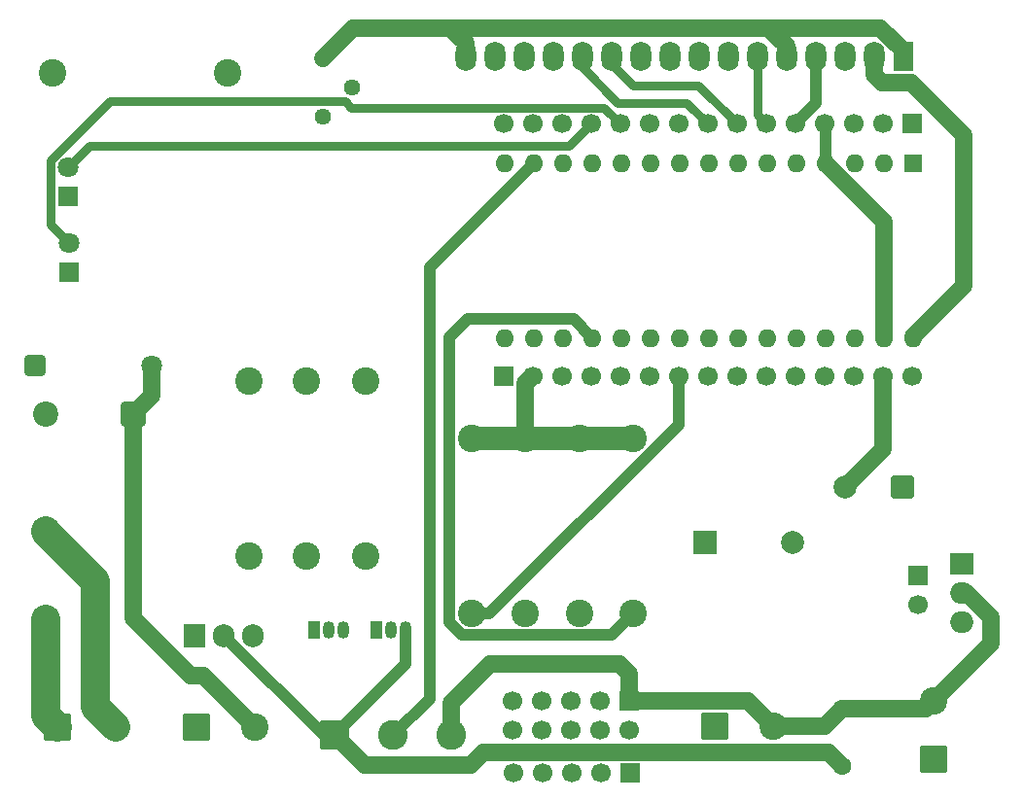
<source format=gbr>
%TF.GenerationSoftware,KiCad,Pcbnew,9.0.5*%
%TF.CreationDate,2025-11-29T23:46:54+05:30*%
%TF.ProjectId,from scrach,66726f6d-2073-4637-9261-63682e6b6963,rev?*%
%TF.SameCoordinates,Original*%
%TF.FileFunction,Copper,L2,Bot*%
%TF.FilePolarity,Positive*%
%FSLAX46Y46*%
G04 Gerber Fmt 4.6, Leading zero omitted, Abs format (unit mm)*
G04 Created by KiCad (PCBNEW 9.0.5) date 2025-11-29 23:46:54*
%MOMM*%
%LPD*%
G01*
G04 APERTURE LIST*
G04 Aperture macros list*
%AMRoundRect*
0 Rectangle with rounded corners*
0 $1 Rounding radius*
0 $2 $3 $4 $5 $6 $7 $8 $9 X,Y pos of 4 corners*
0 Add a 4 corners polygon primitive as box body*
4,1,4,$2,$3,$4,$5,$6,$7,$8,$9,$2,$3,0*
0 Add four circle primitives for the rounded corners*
1,1,$1+$1,$2,$3*
1,1,$1+$1,$4,$5*
1,1,$1+$1,$6,$7*
1,1,$1+$1,$8,$9*
0 Add four rect primitives between the rounded corners*
20,1,$1+$1,$2,$3,$4,$5,0*
20,1,$1+$1,$4,$5,$6,$7,0*
20,1,$1+$1,$6,$7,$8,$9,0*
20,1,$1+$1,$8,$9,$2,$3,0*%
G04 Aperture macros list end*
%TA.AperFunction,ComponentPad*%
%ADD10R,1.700000X1.700000*%
%TD*%
%TA.AperFunction,ComponentPad*%
%ADD11C,1.700000*%
%TD*%
%TA.AperFunction,ComponentPad*%
%ADD12R,1.800000X1.800000*%
%TD*%
%TA.AperFunction,ComponentPad*%
%ADD13C,1.800000*%
%TD*%
%TA.AperFunction,ComponentPad*%
%ADD14C,2.400000*%
%TD*%
%TA.AperFunction,ComponentPad*%
%ADD15RoundRect,0.250001X-0.949999X-0.949999X0.949999X-0.949999X0.949999X0.949999X-0.949999X0.949999X0*%
%TD*%
%TA.AperFunction,ComponentPad*%
%ADD16R,2.000000X2.000000*%
%TD*%
%TA.AperFunction,ComponentPad*%
%ADD17C,2.000000*%
%TD*%
%TA.AperFunction,ComponentPad*%
%ADD18RoundRect,0.341000X-0.759000X0.759000X-0.759000X-0.759000X0.759000X-0.759000X0.759000X0.759000X0*%
%TD*%
%TA.AperFunction,ComponentPad*%
%ADD19C,2.500000*%
%TD*%
%TA.AperFunction,ComponentPad*%
%ADD20C,2.200000*%
%TD*%
%TA.AperFunction,ComponentPad*%
%ADD21RoundRect,0.250001X0.949999X-0.949999X0.949999X0.949999X-0.949999X0.949999X-0.949999X-0.949999X0*%
%TD*%
%TA.AperFunction,ComponentPad*%
%ADD22R,1.600000X1.600000*%
%TD*%
%TA.AperFunction,ComponentPad*%
%ADD23O,1.600000X1.600000*%
%TD*%
%TA.AperFunction,ComponentPad*%
%ADD24RoundRect,0.250000X-1.050000X-1.050000X1.050000X-1.050000X1.050000X1.050000X-1.050000X1.050000X0*%
%TD*%
%TA.AperFunction,ComponentPad*%
%ADD25C,2.600000*%
%TD*%
%TA.AperFunction,ComponentPad*%
%ADD26RoundRect,0.250000X-0.650000X-0.650000X0.650000X-0.650000X0.650000X0.650000X-0.650000X0.650000X0*%
%TD*%
%TA.AperFunction,ComponentPad*%
%ADD27R,1.050000X1.500000*%
%TD*%
%TA.AperFunction,ComponentPad*%
%ADD28O,1.050000X1.500000*%
%TD*%
%TA.AperFunction,ComponentPad*%
%ADD29R,2.000000X1.905000*%
%TD*%
%TA.AperFunction,ComponentPad*%
%ADD30O,2.000000X1.905000*%
%TD*%
%TA.AperFunction,ComponentPad*%
%ADD31C,1.600000*%
%TD*%
%TA.AperFunction,ComponentPad*%
%ADD32C,1.440000*%
%TD*%
%TA.AperFunction,ComponentPad*%
%ADD33RoundRect,0.250000X0.750000X0.750000X-0.750000X0.750000X-0.750000X-0.750000X0.750000X-0.750000X0*%
%TD*%
%TA.AperFunction,ComponentPad*%
%ADD34R,1.905000X2.000000*%
%TD*%
%TA.AperFunction,ComponentPad*%
%ADD35O,1.905000X2.000000*%
%TD*%
%TA.AperFunction,ComponentPad*%
%ADD36R,1.800000X2.600000*%
%TD*%
%TA.AperFunction,ComponentPad*%
%ADD37O,1.800000X2.600000*%
%TD*%
%TA.AperFunction,Conductor*%
%ADD38C,0.750000*%
%TD*%
%TA.AperFunction,Conductor*%
%ADD39C,1.500000*%
%TD*%
%TA.AperFunction,Conductor*%
%ADD40C,1.000000*%
%TD*%
%TA.AperFunction,Conductor*%
%ADD41C,2.000000*%
%TD*%
%TA.AperFunction,Conductor*%
%ADD42C,2.500000*%
%TD*%
G04 APERTURE END LIST*
D10*
%TO.P,J9,1,Pin_1*%
%TO.N,1*%
X123377688Y-90952848D03*
D11*
%TO.P,J9,2,Pin_2*%
%TO.N,2*%
X120837688Y-90952848D03*
%TO.P,J9,3,Pin_3*%
%TO.N,3*%
X118297688Y-90952848D03*
%TO.P,J9,4,Pin_4*%
%TO.N,GND*%
X115757688Y-90952848D03*
%TO.P,J9,5,Pin_5*%
%TO.N,RS*%
X113217688Y-90952848D03*
%TO.P,J9,6,Pin_6*%
%TO.N,EN*%
X110677688Y-90952848D03*
%TO.P,J9,7,Pin_7*%
%TO.N,D4*%
X108137688Y-90952848D03*
%TO.P,J9,8,Pin_8*%
%TO.N,D5*%
X105597688Y-90952848D03*
%TO.P,J9,9,Pin_9*%
%TO.N,D6*%
X103057688Y-90952848D03*
%TO.P,J9,10,Pin_10*%
%TO.N,D7*%
X100517688Y-90952848D03*
%TO.P,J9,11,Pin_11*%
%TO.N,D8*%
X97977688Y-90952848D03*
%TO.P,J9,12,Pin_12*%
%TO.N,D9*%
X95437688Y-90952848D03*
%TO.P,J9,13,Pin_13*%
%TO.N,D10*%
X92897688Y-90952848D03*
%TO.P,J9,14,Pin_14*%
%TO.N,D11*%
X90357688Y-90952848D03*
%TO.P,J9,15,Pin_15*%
%TO.N,15*%
X87817688Y-90952848D03*
%TD*%
D12*
%TO.P,D1,1,K*%
%TO.N,Net-(D1-K)*%
X50000000Y-103870000D03*
D13*
%TO.P,D1,2,A*%
%TO.N,D8*%
X50000000Y-101330000D03*
%TD*%
D10*
%TO.P,J6,1,Pin_1*%
%TO.N,Vinput*%
X123900000Y-130325000D03*
D11*
%TO.P,J6,2,Pin_2*%
%TO.N,5V*%
X123900000Y-132865000D03*
%TD*%
D14*
%TO.P,R1,1*%
%TO.N,Net-(DS2-LED(+))*%
X63820000Y-86500000D03*
%TO.P,R1,2*%
%TO.N,5V*%
X48580000Y-86500000D03*
%TD*%
D15*
%TO.P,J3,1,Pin_1*%
%TO.N,Net-(J3-Pin_1)*%
X49000000Y-143500000D03*
D14*
%TO.P,J3,2,Pin_2*%
%TO.N,Net-(J3-Pin_2)*%
X54080000Y-143500000D03*
%TD*%
%TO.P,R8,1*%
%TO.N,3V3*%
X85036431Y-118348634D03*
%TO.P,R8,2*%
%TO.N,A3*%
X85036431Y-133588634D03*
%TD*%
%TO.P,R2,1*%
%TO.N,Net-(D1-K)*%
X65644211Y-113365360D03*
%TO.P,R2,2*%
%TO.N,Net-(Q4-B)*%
X65644211Y-128605360D03*
%TD*%
%TO.P,R6,1*%
%TO.N,3V3*%
X94486431Y-118348634D03*
%TO.P,R6,2*%
%TO.N,A1*%
X94486431Y-133588634D03*
%TD*%
%TO.P,R4,1*%
%TO.N,D10*%
X75821184Y-113369845D03*
%TO.P,R4,2*%
%TO.N,Net-(Q1-B)*%
X75821184Y-128609845D03*
%TD*%
D16*
%TO.P,BZ1,1,+*%
%TO.N,Net-(BZ1-+)*%
X105400000Y-127400000D03*
D17*
%TO.P,BZ1,2,-*%
%TO.N,GND*%
X113000000Y-127400000D03*
%TD*%
D10*
%TO.P,J10,1,Pin_1*%
%TO.N,Net-(J10-Pin_1)*%
X98840000Y-147500000D03*
D11*
%TO.P,J10,2,Pin_2*%
%TO.N,Net-(J10-Pin_2)*%
X96300000Y-147500000D03*
%TO.P,J10,3,Pin_3*%
%TO.N,Net-(J10-Pin_3)*%
X93760000Y-147500000D03*
%TO.P,J10,4,Pin_4*%
%TO.N,Net-(J10-Pin_4)*%
X91220000Y-147500000D03*
%TO.P,J10,5,Pin_5*%
%TO.N,Net-(J10-Pin_5)*%
X88680000Y-147500000D03*
%TD*%
D18*
%TO.P,K1,1*%
%TO.N,GND*%
X55595000Y-116215000D03*
D19*
%TO.P,K1,2*%
%TO.N,Net-(J3-Pin_2)*%
X47995000Y-126415000D03*
%TO.P,K1,3*%
%TO.N,Net-(J3-Pin_1)*%
X47995000Y-134115000D03*
D20*
%TO.P,K1,5*%
%TO.N,Net-(D4-K)*%
X47995000Y-116215000D03*
%TD*%
D21*
%TO.P,J2,1,Pin_1*%
%TO.N,Vinput*%
X125300000Y-146280000D03*
D14*
%TO.P,J2,2,Pin_2*%
%TO.N,GND*%
X125300000Y-141200000D03*
%TD*%
%TO.P,R3,1*%
%TO.N,Net-(D2-K)*%
X70700000Y-113380000D03*
%TO.P,R3,2*%
%TO.N,Net-(Q2-B)*%
X70700000Y-128620000D03*
%TD*%
D22*
%TO.P,A1,1,D1/TX*%
%TO.N,1*%
X123500000Y-94360000D03*
D23*
%TO.P,A1,2,D0/RX*%
%TO.N,2*%
X120960000Y-94360000D03*
%TO.P,A1,3,~{RESET}*%
%TO.N,3*%
X118420000Y-94360000D03*
%TO.P,A1,4,GND*%
%TO.N,GND*%
X115880000Y-94360000D03*
%TO.P,A1,5,D2*%
%TO.N,RS*%
X113340000Y-94360000D03*
%TO.P,A1,6,D3*%
%TO.N,EN*%
X110800000Y-94360000D03*
%TO.P,A1,7,D4*%
%TO.N,D4*%
X108260000Y-94360000D03*
%TO.P,A1,8,D5*%
%TO.N,D5*%
X105720000Y-94360000D03*
%TO.P,A1,9,D6*%
%TO.N,D6*%
X103180000Y-94360000D03*
%TO.P,A1,10,D7*%
%TO.N,D7*%
X100640000Y-94360000D03*
%TO.P,A1,11,D8*%
%TO.N,D8*%
X98100000Y-94360000D03*
%TO.P,A1,12,D9*%
%TO.N,D9*%
X95560000Y-94360000D03*
%TO.P,A1,13,D10*%
%TO.N,D10*%
X93020000Y-94360000D03*
%TO.P,A1,14,D11*%
%TO.N,D11*%
X90480000Y-94360000D03*
%TO.P,A1,15,D12*%
%TO.N,15*%
X87940000Y-94360000D03*
%TO.P,A1,16,D13*%
%TO.N,16*%
X87940000Y-109600000D03*
%TO.P,A1,17,3V3*%
%TO.N,3V3*%
X90480000Y-109600000D03*
%TO.P,A1,18,AREF*%
%TO.N,18*%
X93020000Y-109600000D03*
%TO.P,A1,19,A0*%
%TO.N,A0*%
X95560000Y-109600000D03*
%TO.P,A1,20,A1*%
%TO.N,A1*%
X98100000Y-109600000D03*
%TO.P,A1,21,A2*%
%TO.N,A2*%
X100640000Y-109600000D03*
%TO.P,A1,22,A3*%
%TO.N,A3*%
X103180000Y-109600000D03*
%TO.P,A1,23,A4*%
%TO.N,A4*%
X105720000Y-109600000D03*
%TO.P,A1,24,A5*%
%TO.N,A5*%
X108260000Y-109600000D03*
%TO.P,A1,25,A6*%
%TO.N,A6*%
X110800000Y-109600000D03*
%TO.P,A1,26,A7*%
%TO.N,A7*%
X113340000Y-109600000D03*
%TO.P,A1,27,+5V*%
%TO.N,+5Vo*%
X115880000Y-109600000D03*
%TO.P,A1,28,~{RESET}*%
%TO.N,28*%
X118420000Y-109600000D03*
%TO.P,A1,29,GND*%
%TO.N,GND*%
X120960000Y-109600000D03*
%TO.P,A1,30,VIN*%
%TO.N,5V*%
X123500000Y-109600000D03*
%TD*%
D15*
%TO.P,J5,1,Pin_1*%
%TO.N,Net-(BZ1-+)*%
X106260000Y-143442500D03*
D14*
%TO.P,J5,2,Pin_2*%
%TO.N,GND*%
X111340000Y-143442500D03*
%TD*%
%TO.P,R5,1*%
%TO.N,3V3*%
X99136431Y-118328634D03*
%TO.P,R5,2*%
%TO.N,A0*%
X99136431Y-133568634D03*
%TD*%
D10*
%TO.P,J7,1,Pin_1*%
%TO.N,16*%
X87834526Y-112898151D03*
D11*
%TO.P,J7,2,Pin_2*%
%TO.N,3V3*%
X90374526Y-112898151D03*
%TO.P,J7,3,Pin_3*%
%TO.N,18*%
X92914526Y-112898151D03*
%TO.P,J7,4,Pin_4*%
%TO.N,A0*%
X95454526Y-112898151D03*
%TO.P,J7,5,Pin_5*%
%TO.N,A1*%
X97994526Y-112898151D03*
%TO.P,J7,6,Pin_6*%
%TO.N,A2*%
X100534526Y-112898151D03*
%TO.P,J7,7,Pin_7*%
%TO.N,A3*%
X103074526Y-112898151D03*
%TO.P,J7,8,Pin_8*%
%TO.N,A4*%
X105614526Y-112898151D03*
%TO.P,J7,9,Pin_9*%
%TO.N,A5*%
X108154526Y-112898151D03*
%TO.P,J7,10,Pin_10*%
%TO.N,A6*%
X110694526Y-112898151D03*
%TO.P,J7,11,Pin_11*%
%TO.N,A7*%
X113234526Y-112898151D03*
%TO.P,J7,12,Pin_12*%
%TO.N,+5Vo*%
X115774526Y-112898151D03*
%TO.P,J7,13,Pin_13*%
%TO.N,28*%
X118314526Y-112898151D03*
%TO.P,J7,14,Pin_14*%
%TO.N,GND*%
X120854526Y-112898151D03*
%TO.P,J7,15,Pin_15*%
%TO.N,5V*%
X123394526Y-112898151D03*
%TD*%
D14*
%TO.P,R7,1*%
%TO.N,3V3*%
X89736431Y-118348634D03*
%TO.P,R7,2*%
%TO.N,A2*%
X89736431Y-133588634D03*
%TD*%
D24*
%TO.P,J1,1,Pin_1*%
%TO.N,5V*%
X73140000Y-144200000D03*
D25*
%TO.P,J1,2,Pin_2*%
%TO.N,D11*%
X78220000Y-144200000D03*
%TO.P,J1,3,Pin_3*%
%TO.N,GND*%
X83300000Y-144200000D03*
%TD*%
D12*
%TO.P,D2,1,K*%
%TO.N,Net-(D2-K)*%
X49900000Y-97270000D03*
D13*
%TO.P,D2,2,A*%
%TO.N,D9*%
X49900000Y-94730000D03*
%TD*%
D26*
%TO.P,D4,1,K*%
%TO.N,Net-(D4-K)*%
X47020000Y-112000000D03*
D13*
%TO.P,D4,2,A*%
%TO.N,GND*%
X57180000Y-112000000D03*
%TD*%
D10*
%TO.P,J8,1,Pin_1*%
%TO.N,GND*%
X98808460Y-141197884D03*
D11*
%TO.P,J8,2,Pin_2*%
%TO.N,Net-(J10-Pin_1)*%
X98808460Y-143737884D03*
%TO.P,J8,3,Pin_3*%
%TO.N,A0*%
X96268460Y-141197884D03*
%TO.P,J8,4,Pin_4*%
%TO.N,Net-(J10-Pin_2)*%
X96268460Y-143737884D03*
%TO.P,J8,5,Pin_5*%
%TO.N,A1*%
X93728460Y-141197884D03*
%TO.P,J8,6,Pin_6*%
%TO.N,Net-(J10-Pin_3)*%
X93728460Y-143737884D03*
%TO.P,J8,7,Pin_7*%
%TO.N,A2*%
X91188460Y-141197884D03*
%TO.P,J8,8,Pin_8*%
%TO.N,Net-(J10-Pin_4)*%
X91188460Y-143737884D03*
%TO.P,J8,9,Pin_9*%
%TO.N,A3*%
X88648460Y-141197884D03*
%TO.P,J8,10,Pin_10*%
%TO.N,Net-(J10-Pin_5)*%
X88648460Y-143737884D03*
%TD*%
D27*
%TO.P,Q2,1,E*%
%TO.N,Net-(J4-Pin_1)*%
X71304211Y-134985360D03*
D28*
%TO.P,Q2,2,B*%
%TO.N,Net-(Q2-B)*%
X72574211Y-134985360D03*
%TO.P,Q2,3,C*%
%TO.N,5V*%
X73844211Y-134985360D03*
%TD*%
D29*
%TO.P,U1,1,VI*%
%TO.N,Vinput*%
X127757500Y-129240000D03*
D30*
%TO.P,U1,2,GND*%
%TO.N,GND*%
X127757500Y-131780000D03*
%TO.P,U1,3,VO*%
%TO.N,5V*%
X127757500Y-134320000D03*
%TD*%
D15*
%TO.P,J4,1,Pin_1*%
%TO.N,Net-(J4-Pin_1)*%
X61100000Y-143500000D03*
D14*
%TO.P,J4,2,Pin_2*%
%TO.N,GND*%
X66180000Y-143500000D03*
%TD*%
D31*
%TO.P,C5,1*%
%TO.N,5V*%
X117300000Y-146900000D03*
%TO.P,C5,2*%
%TO.N,GND*%
X117300000Y-141900000D03*
%TD*%
D32*
%TO.P,RV1,1,1*%
%TO.N,5V*%
X72100000Y-90300000D03*
%TO.P,RV1,2,2*%
%TO.N,Net-(DS2-VO)*%
X74640000Y-87760000D03*
%TO.P,RV1,3,3*%
%TO.N,GND*%
X72100000Y-85220000D03*
%TD*%
D33*
%TO.P,C4,1*%
%TO.N,5V*%
X122567677Y-122600000D03*
D17*
%TO.P,C4,2*%
%TO.N,GND*%
X117567677Y-122600000D03*
%TD*%
D34*
%TO.P,Q4,1,B*%
%TO.N,Net-(Q4-B)*%
X60960000Y-135550000D03*
D35*
%TO.P,Q4,2,C*%
%TO.N,5V*%
X63500000Y-135550000D03*
%TO.P,Q4,3,E*%
%TO.N,Net-(D4-K)*%
X66040000Y-135550000D03*
%TD*%
D27*
%TO.P,Q1,1,E*%
%TO.N,Net-(BZ1-+)*%
X76804211Y-134985360D03*
D28*
%TO.P,Q1,2,B*%
%TO.N,Net-(Q1-B)*%
X78074211Y-134985360D03*
%TO.P,Q1,3,C*%
%TO.N,5V*%
X79344211Y-134985360D03*
%TD*%
D36*
%TO.P,DS2,1,VSS*%
%TO.N,GND*%
X122620000Y-85080000D03*
D37*
%TO.P,DS2,2,VDD*%
%TO.N,5V*%
X120080000Y-85080000D03*
%TO.P,DS2,3,VO*%
%TO.N,Net-(DS2-VO)*%
X117540000Y-85080000D03*
%TO.P,DS2,4,RS*%
%TO.N,RS*%
X115000000Y-85080000D03*
%TO.P,DS2,5,R/W*%
%TO.N,GND*%
X112460000Y-85080000D03*
%TO.P,DS2,6,E*%
%TO.N,EN*%
X109920000Y-85080000D03*
%TO.P,DS2,7,D0*%
%TO.N,unconnected-(DS2-D0-Pad7)*%
X107380000Y-85080000D03*
%TO.P,DS2,8,D1*%
%TO.N,unconnected-(DS2-D1-Pad8)*%
X104840000Y-85080000D03*
%TO.P,DS2,9,D2*%
%TO.N,unconnected-(DS2-D2-Pad9)*%
X102300000Y-85080000D03*
%TO.P,DS2,10,D3*%
%TO.N,unconnected-(DS2-D3-Pad10)*%
X99760000Y-85080000D03*
%TO.P,DS2,11,D4*%
%TO.N,D4*%
X97220000Y-85080000D03*
%TO.P,DS2,12,D5*%
%TO.N,D5*%
X94680000Y-85080000D03*
%TO.P,DS2,13,D6*%
%TO.N,D6*%
X92140000Y-85080000D03*
%TO.P,DS2,14,D7*%
%TO.N,D7*%
X89600000Y-85080000D03*
%TO.P,DS2,15,LED(+)*%
%TO.N,Net-(DS2-LED(+))*%
X87060000Y-85080000D03*
%TO.P,DS2,16,LED(-)*%
%TO.N,GND*%
X84520000Y-85080000D03*
%TD*%
D38*
%TO.N,D9*%
X51786000Y-92844000D02*
X93546536Y-92844000D01*
X49900000Y-94730000D02*
X51786000Y-92844000D01*
X93546536Y-92844000D02*
X95437688Y-90952848D01*
D39*
%TO.N,GND*%
X120960000Y-109600000D02*
X120960000Y-99440000D01*
X112460000Y-84160000D02*
X110900000Y-82600000D01*
X130300000Y-133900000D02*
X128180000Y-131780000D01*
X61680000Y-139000000D02*
X66180000Y-143500000D01*
X112460000Y-85080000D02*
X112460000Y-84160000D01*
X120854526Y-119313151D02*
X120854526Y-112898151D01*
X55595000Y-134039500D02*
X60555500Y-139000000D01*
X115757500Y-143442500D02*
X117300000Y-141900000D01*
X128180000Y-131780000D02*
X127757500Y-131780000D01*
X122620000Y-84602291D02*
X120617709Y-82600000D01*
X83200000Y-82600000D02*
X74720000Y-82600000D01*
X120960000Y-99440000D02*
X115880000Y-94360000D01*
X83300000Y-144200000D02*
X83300000Y-141400000D01*
X111340000Y-143442500D02*
X109095384Y-141197884D01*
X117300000Y-141900000D02*
X124600000Y-141900000D01*
X57180000Y-112000000D02*
X57180000Y-114630000D01*
X55595000Y-116215000D02*
X55595000Y-134039500D01*
X97960576Y-138000000D02*
X98808460Y-138847884D01*
X109095384Y-141197884D02*
X98808460Y-141197884D01*
X120617709Y-82600000D02*
X110900000Y-82600000D01*
X60555500Y-139000000D02*
X61680000Y-139000000D01*
D40*
X115880000Y-91075160D02*
X115757688Y-90952848D01*
D39*
X122620000Y-85080000D02*
X122620000Y-84602291D01*
X83300000Y-141400000D02*
X86700000Y-138000000D01*
X122620000Y-85557709D02*
X122620000Y-85080000D01*
X84520000Y-85080000D02*
X84520000Y-83920000D01*
X74720000Y-82600000D02*
X72100000Y-85220000D01*
X98808460Y-138847884D02*
X98808460Y-141197884D01*
X130300000Y-136200000D02*
X130300000Y-133900000D01*
X125300000Y-141200000D02*
X130300000Y-136200000D01*
X110900000Y-82600000D02*
X83200000Y-82600000D01*
X117567677Y-122600000D02*
X120854526Y-119313151D01*
X57180000Y-114630000D02*
X55595000Y-116215000D01*
D40*
X115880000Y-94360000D02*
X115880000Y-91075160D01*
D39*
X84520000Y-83920000D02*
X83200000Y-82600000D01*
X115757688Y-90952848D02*
X115757688Y-90945849D01*
X86700000Y-138000000D02*
X97960576Y-138000000D01*
X111340000Y-143442500D02*
X115757500Y-143442500D01*
D40*
%TO.N,A3*%
X86611366Y-133588634D02*
X103074526Y-117125474D01*
X103074526Y-117125474D02*
X103074526Y-112898151D01*
X85036431Y-133588634D02*
X86611366Y-133588634D01*
D39*
%TO.N,3V3*%
X89736431Y-113536246D02*
X90374526Y-112898151D01*
D41*
X85036431Y-118348634D02*
X99116431Y-118348634D01*
X99116431Y-118348634D02*
X99136431Y-118328634D01*
D39*
X89736431Y-118348634D02*
X89736431Y-113536246D01*
D38*
%TO.N,D5*%
X97800000Y-89100000D02*
X103744840Y-89100000D01*
X94680000Y-85980000D02*
X97800000Y-89100000D01*
X94680000Y-85080000D02*
X94680000Y-85980000D01*
X103744840Y-89100000D02*
X105597688Y-90952848D01*
%TO.N,D8*%
X96547299Y-89522459D02*
X97977688Y-90952848D01*
X53538620Y-89004000D02*
X74051179Y-89004000D01*
X48424000Y-99754000D02*
X48424000Y-94118620D01*
X50000000Y-101330000D02*
X48424000Y-99754000D01*
X48424000Y-94118620D02*
X53538620Y-89004000D01*
X74051179Y-89004000D02*
X74569638Y-89522459D01*
X74569638Y-89522459D02*
X96547299Y-89522459D01*
D40*
%TO.N,A0*%
X99136431Y-133568634D02*
X97215431Y-135489634D01*
X83135431Y-109543845D02*
X84720276Y-107959000D01*
X84720276Y-107959000D02*
X93919000Y-107959000D01*
X97215431Y-135489634D02*
X84249011Y-135489634D01*
X83135431Y-134376054D02*
X83135431Y-109543845D01*
X93919000Y-107959000D02*
X95560000Y-109600000D01*
X84249011Y-135489634D02*
X83135431Y-134376054D01*
%TO.N,D11*%
X81400000Y-103440000D02*
X81400000Y-141020000D01*
X81400000Y-141020000D02*
X78220000Y-144200000D01*
X90480000Y-94360000D02*
X81400000Y-103440000D01*
%TO.N,RS*%
X115000000Y-89170536D02*
X115000000Y-85080000D01*
X113217688Y-90952848D02*
X115000000Y-89170536D01*
D38*
%TO.N,D4*%
X99100000Y-87600000D02*
X104784840Y-87600000D01*
X97220000Y-85720000D02*
X99100000Y-87600000D01*
X97220000Y-85080000D02*
X97220000Y-85720000D01*
X104784840Y-87600000D02*
X108137688Y-90952848D01*
%TO.N,EN*%
X109920000Y-85080000D02*
X109920000Y-90195160D01*
X109920000Y-90195160D02*
X110677688Y-90952848D01*
D39*
%TO.N,5V*%
X117300000Y-146900000D02*
X116099000Y-145699000D01*
X123357840Y-87331000D02*
X127931000Y-91904160D01*
X75740000Y-146800000D02*
X73140000Y-144200000D01*
X123500000Y-109465722D02*
X123500000Y-109600000D01*
X120080000Y-85080000D02*
X120080000Y-86642000D01*
X120080000Y-86642000D02*
X120769000Y-87331000D01*
D40*
X79344211Y-137995789D02*
X79344211Y-134985360D01*
X73140000Y-144200000D02*
X72150000Y-144200000D01*
D39*
X86101000Y-145699000D02*
X85000000Y-146800000D01*
D40*
X73140000Y-144200000D02*
X79344211Y-137995789D01*
D39*
X120769000Y-87331000D02*
X123357840Y-87331000D01*
X116099000Y-145699000D02*
X86101000Y-145699000D01*
X127931000Y-105034722D02*
X123500000Y-109465722D01*
X127931000Y-91904160D02*
X127931000Y-105034722D01*
X85000000Y-146800000D02*
X75740000Y-146800000D01*
D40*
X72150000Y-144200000D02*
X63500000Y-135550000D01*
D42*
%TO.N,Net-(J3-Pin_2)*%
X52300000Y-130800000D02*
X52300000Y-141720000D01*
X47995000Y-126495000D02*
X52300000Y-130800000D01*
X52300000Y-141720000D02*
X54080000Y-143500000D01*
X47995000Y-126415000D02*
X47995000Y-126495000D01*
%TO.N,Net-(J3-Pin_1)*%
X47995000Y-142495000D02*
X49000000Y-143500000D01*
X47995000Y-134115000D02*
X47995000Y-142495000D01*
%TD*%
M02*

</source>
